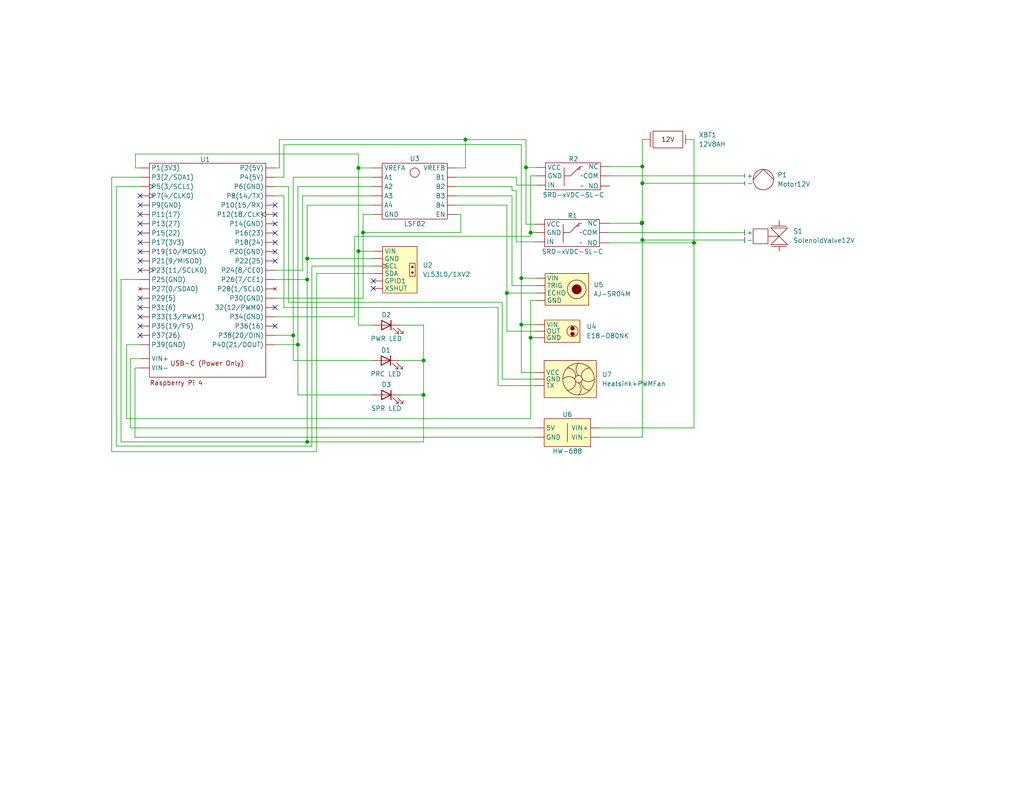
<source format=kicad_sch>
(kicad_sch (version 20211123) (generator eeschema)
  (paper "USLetter")
  (title_block (title "Map of Wirings") (date "2023-06-13") (rev "1.0") (company "There Goes Mangoes"))
  (lib_symbols
    (symbol "Battery Power and Management:12V8AH"
      (property "Reference" "XBT" (at 0 3.302 0))
      (property "Value" "12V8AH" (at 0 -3.556 0))
      (symbol "12V8AH_0_0"
        (polyline (pts (xy -4.826 2.032) (xy -4.826 -2.032)))
        (polyline (pts (xy 4.826 1.27) (xy 4.826 -1.27)))
        (text "12V" (at 0 0 0) (effects (font (size 1.27 1.27))))
      )
      (symbol "12V8AH_0_1"
        (rectangle (start -4.064 2.286) (end 4.064 -2.286))
      )
      (symbol "12V8AH_1_1"
        (pin power_out line (at 4.826 0 180) (length 0.635) hide (name "+") (number ""))
        (pin power_out line (at -4.826 0 0) (length 0.635) hide (name "-") (number ""))
      )
    )
    (symbol "Battery Power and Management:HW-688"
      (property "Reference" "U" (at 0 5.08 0))
      (property "Value" "HW-688" (at 0 -5.08 0))
      (symbol "HW-688_0_1"
        (rectangle (start -6.35 3.81) (end 6.35 -3.81) (fill (type background)))
        (polyline (pts (xy 0 2.54) (xy 0 -2.54)))
      )
      (symbol "HW-688_1_1"
        (pin power_out line (at 8.89 1.27 180) (length 2.54) (name "5V") (number ""))
        (pin power_out line (at 8.89 -1.27 180) (length 2.54) (name "GND") (number ""))
        (pin power_in line (at -8.89 1.27 0) (length 2.54) (name "VIN+") (number ""))
        (pin power_in line (at -8.89 -1.27 0) (length 2.54) (name "VIN-") (number ""))
      )
    )
    (symbol "Device:LED" (pin_numbers hide) (pin_names (offset 1.016) hide)
      (property "Reference" "D" (at 0 2.54 0))
      (property "Value" "LED" (at 0 -2.54 0))
      (symbol "LED_0_1"
        (polyline (pts (xy -1.27 -1.27) (xy -1.27 1.27)) (stroke (width 0.254)))
        (polyline (pts (xy -1.27 0) (xy 1.27 0)))
        (polyline (pts (xy 1.27 -1.27) (xy 1.27 1.27) (xy -1.27 0) (xy 1.27 -1.27)) (stroke (width 0.254)))
        (polyline (pts (xy -3.048 -0.762) (xy -4.572 -2.286) (xy -3.81 -2.286) (xy -4.572 -2.286) (xy -4.572 -1.524)))
        (polyline (pts (xy -1.778 -0.762) (xy -3.302 -2.286) (xy -2.54 -2.286) (xy -3.302 -2.286) (xy -3.302 -1.524)))
      )
      (symbol "LED_1_1"
        (pin passive line (at -3.81 0 0) (length 2.54) (name "K") (number "1"))
        (pin passive line (at 3.81 0 180) (length 2.54) (name "A") (number "2"))
      )
    )
    (symbol "Multilevel Voltage Converter:LSF02"
      (property "Reference" "U" (at 0 8.89 0))
      (property "Value" "LSF02" (at 0 0 90))
      (symbol "LSF02_0_1"
        (rectangle (start -8.89 7.62) (end 8.89 -7.62))
        (circle (center 0 5.08) (radius 1.27))
      )
      (symbol "LSF02_1_1"
        (pin bidirectional line (at -11.43 3.81 0) (length 2.54) (name "A1") (number ""))
        (pin bidirectional line (at -11.43 1.27 0) (length 2.54) (name "A2") (number ""))
        (pin bidirectional line (at -11.43 -1.27 0) (length 2.54) (name "A3") (number ""))
        (pin bidirectional line (at -11.43 -3.81 0) (length 2.54) (name "A4") (number ""))
        (pin bidirectional line (at 11.43 3.81 180) (length 2.54) (name "B1") (number ""))
        (pin bidirectional line (at 11.43 1.27 180) (length 2.54) (name "B2") (number ""))
        (pin bidirectional line (at 11.43 -1.27 180) (length 2.54) (name "B3") (number ""))
        (pin bidirectional line (at 11.43 -3.81 180) (length 2.54) (name "B4") (number ""))
        (pin power_in line (at 11.43 -6.35 180) (length 2.54) (name "EN") (number ""))
        (pin power_in line (at -11.43 -6.35 0) (length 2.54) (name "GND") (number ""))
        (pin power_in line (at -11.43 6.35 0) (length 2.54) (name "VREFA") (number ""))
        (pin power_in line (at 11.43 6.35 180) (length 2.54) (name "VREFB") (number ""))
      )
    )
    (symbol "Raspberry Pi 4:RPi4_Objective"
      (property "Reference" "U?" (at 0 26.416 0))
      (symbol "RPi4_Objective_0_0"
        (text "Raspberry Pi 4" (at -7.874 -34.544 0) (effects (font (size 1.27 1.27))))
        (text "USB-C (Power Only)" (at 0.508 -29.21 0) (effects (font (size 1.27 1.27))))
      )
      (symbol "RPi4_Objective_0_1"
        (rectangle (start -15.24 25.4) (end 16.51 -33.02))
      )
      (symbol "RPi4_Objective_1_1"
        (pin bidirectional line (at 19.05 -13.97 180) (length 2.54) (name "32(12/PWM0)") (number ""))
        (pin power_out line (at -17.78 24.13 0) (length 2.54) (name "P1(3V3)") (number ""))
        (pin bidirectional line (at 19.05 13.97 180) (length 2.54) (name "P10(15/RX)") (number ""))
        (pin bidirectional line (at -17.78 11.43 0) (length 2.54) (name "P11(17)") (number ""))
        (pin bidirectional clock (at 19.05 11.43 180) (length 2.54) (name "P12(18/CLK)") (number ""))
        (pin bidirectional line (at -17.78 8.89 0) (length 2.54) (name "P13(27)") (number ""))
        (pin power_out line (at 19.05 8.89 180) (length 2.54) (name "P14(GND)") (number ""))
        (pin bidirectional line (at -17.78 6.35 0) (length 2.54) (name "P15(22)") (number ""))
        (pin bidirectional line (at 19.05 6.35 180) (length 2.54) (name "P16(23)") (number ""))
        (pin power_out line (at -17.78 3.81 0) (length 2.54) (name "P17(3V3)") (number ""))
        (pin bidirectional line (at 19.05 3.81 180) (length 2.54) (name "P18(24)") (number ""))
        (pin bidirectional line (at -17.78 1.27 0) (length 2.54) (name "P19(10/MOSI0)") (number ""))
        (pin power_out line (at 19.05 24.13 180) (length 2.54) (name "P2(5V)") (number ""))
        (pin power_out line (at 19.05 1.27 180) (length 2.54) (name "P20(GND)") (number ""))
        (pin bidirectional line (at -17.78 -1.27 0) (length 2.54) (name "P21(9/MISO0)") (number ""))
        (pin bidirectional line (at 19.05 -1.27 180) (length 2.54) (name "P22(25)") (number ""))
        (pin bidirectional clock (at -17.78 -3.81 0) (length 2.54) (name "P23(11/SCLK0)") (number ""))
        (pin bidirectional line (at 19.05 -3.81 180) (length 2.54) (name "P24(8/CE0)") (number ""))
        (pin power_out line (at -17.78 -6.35 0) (length 2.54) (name "P25(GND)") (number ""))
        (pin bidirectional line (at 19.05 -6.35 180) (length 2.54) (name "P26(7/CE1)") (number ""))
        (pin no_connect line (at -17.78 -8.89 0) (length 2.54) (name "P27(0/SDA0)") (number ""))
        (pin no_connect line (at 19.05 -8.89 180) (length 2.54) (name "P28(1/SCL0)") (number ""))
        (pin bidirectional line (at -17.78 -11.43 0) (length 2.54) (name "P29(5)") (number ""))
        (pin bidirectional line (at -17.78 21.59 0) (length 2.54) (name "P3(2/SDA1)") (number ""))
        (pin power_out line (at 19.05 -11.43 180) (length 2.54) (name "P30(GND)") (number ""))
        (pin bidirectional line (at -17.78 -13.97 0) (length 2.54) (name "P31(6)") (number ""))
        (pin bidirectional line (at -17.78 -16.51 0) (length 2.54) (name "P33(13/PWM1)") (number ""))
        (pin power_out line (at 19.05 -16.51 180) (length 2.54) (name "P34(GND)") (number ""))
        (pin bidirectional line (at -17.78 -19.05 0) (length 2.54) (name "P35(19/FS)") (number ""))
        (pin bidirectional line (at 19.05 -19.05 180) (length 2.54) (name "P36(16)") (number ""))
        (pin bidirectional line (at -17.78 -21.59 0) (length 2.54) (name "P37(26)") (number ""))
        (pin bidirectional line (at 19.05 -21.59 180) (length 2.54) (name "P38(20/DIN)") (number ""))
        (pin power_out line (at -17.78 -24.13 0) (length 2.54) (name "P39(GND)") (number ""))
        (pin power_out line (at 19.05 21.59 180) (length 2.54) (name "P4(5V)") (number ""))
        (pin bidirectional line (at 19.05 -24.13 180) (length 2.54) (name "P40(21/DOUT)") (number ""))
        (pin bidirectional clock (at -17.78 19.05 0) (length 2.54) (name "P5(3/SCL1)") (number ""))
        (pin power_out line (at 19.05 19.05 180) (length 2.54) (name "P6(GND)") (number ""))
        (pin bidirectional clock (at -17.78 16.51 0) (length 2.54) (name "P7(4/CLK0)") (number ""))
        (pin bidirectional line (at 19.05 16.51 180) (length 2.54) (name "P8(14/TX)") (number ""))
        (pin power_out line (at -17.78 13.97 0) (length 2.54) (name "P9(GND)") (number ""))
        (pin power_in line (at -17.78 -27.94 0) (length 2.54) (name "VIN+") (number ""))
        (pin power_in line (at -17.78 -30.48 0) (length 2.54) (name "VIN-") (number ""))
      )
    )
    (symbol "Sensors and Others:AJ-SR04M"
      (property "Reference" "U" (at 0 5.334 0))
      (property "Value" "AJ-SR04M" (at 0.762 -5.588 0))
      (symbol "AJ-SR04M_0_1"
        (rectangle (start -5.588 4.318) (end 6.35 -4.318) (fill (type background)))
        (circle (center 3.048 0) (radius 1.27) (fill (type outline)))
        (circle (center 3.048 0) (radius 2.54))
      )
      (symbol "AJ-SR04M_1_1"
        (pin output line (at -8.128 -1.016 0) (length 2.54) (name "ECHO") (number ""))
        (pin power_in line (at -8.128 -3.048 0) (length 2.54) (name "GND") (number ""))
        (pin input line (at -8.128 1.016 0) (length 2.54) (name "TRIG") (number ""))
        (pin power_in line (at -8.128 3.048 0) (length 2.54) (name "VIN") (number ""))
      )
    )
    (symbol "Sensors and Others:E18-D80NK"
      (property "Reference" "U" (at 0 4.064 0))
      (property "Value" "E18-D80NK" (at 0 -4.572 0))
      (symbol "E18-D80NK_0_1"
        (rectangle (start -5.08 3.048) (end 4.572 -3.048) (fill (type background)))
        (circle (center 2.54 -0.762) (radius 0.508) (fill (type outline)))
        (circle (center 2.54 0) (radius 1.524))
        (circle (center 2.54 0.762) (radius 0.508) (fill (type outline)))
      )
      (symbol "E18-D80NK_1_1"
        (pin power_in line (at -7.62 -1.778 0) (length 2.54) (name "GND") (number ""))
        (pin output line (at -7.62 0 0) (length 2.54) (name "OUT") (number ""))
        (pin power_in line (at -7.62 1.778 0) (length 2.54) (name "VIN") (number ""))
      )
    )
    (symbol "Sensors and Others:Heatsink+PWMFan"
      (property "Reference" "U" (at 0 6.096 0))
      (property "Value" "Heatsink+PWMFan" (at -0.254 -6.35 0))
      (symbol "Heatsink+PWMFan_0_1"
        (rectangle (start -6.858 5.08) (end 7.366 -5.08) (fill (type background)))
        (arc (start -0.508 -3.048) (mid 1.1084 -2.3784) (end 1.778 -0.762))
        (arc (start 1.524 0) (mid -0.127 3.9859) (end -1.778 0))
        (arc (start 1.778 0.762) (mid 3.3944 4.6644) (end -0.508 3.048))
        (arc (start 2.54 -4.318) (mid 3.2233 -2.667) (end 2.54 -1.016))
        (circle (center 2.54 0) (radius 1.016))
        (circle (center 2.54 0) (radius 4.318))
        (arc (start 2.54 4.318) (mid 1.8567 2.667) (end 2.54 1.016))
        (arc (start 3.302 -0.762) (mid 1.6789 -4.6711) (end 5.588 -3.048))
        (arc (start 3.556 0) (mid 5.207 -3.9859) (end 6.858 0))
        (arc (start 5.588 3.048) (mid 3.9811 2.3689) (end 3.302 0.762))
      )
      (symbol "Heatsink+PWMFan_1_1"
        (pin power_in line (at -9.398 0 0) (length 2.54) (name "GND") (number ""))
        (pin input line (at -9.398 -1.778 0) (length 2.54) (name "TX") (number ""))
        (pin power_in line (at -9.398 1.778 0) (length 2.54) (name "VCC") (number ""))
      )
    )
    (symbol "Sensors and Others:Motor12V"
      (property "Reference" "P" (at 0 3.81 0))
      (property "Value" "Motor12V" (at 0 -4.064 0))
      (symbol "Motor12V_0_1"
        (polyline (pts (xy -5.08 -0.508) (xy -5.08 -1.524)))
        (polyline (pts (xy -5.08 1.524) (xy -5.08 0.508)))
        (polyline (pts (xy -2.794 0) (xy 0 2.794) (xy 2.794 0)))
        (circle (center 0 0) (radius 2.794))
      )
      (symbol "Motor12V_1_1"
        (pin power_in line (at -5.08 1.016 0) (length 0) (name "+") (number ""))
        (pin power_in line (at -5.08 -1.016 0) (length 0) (name "-") (number ""))
      )
    )
    (symbol "Sensors and Others:SRD-xVDC-SL-C"
      (property "Reference" "R" (at 0.508 4.572 0))
      (property "Value" "SRD-xVDC-SL-C" (at 0 -5.334 0))
      (symbol "SRD-xVDC-SL-C_0_1"
        (polyline (pts (xy -2.54 2.286) (xy -2.54 -2.794)))
        (polyline (pts (xy 2.032 -2.794) (xy 2.54 -2.794)))
        (polyline (pts (xy 2.032 0) (xy 2.54 0)))
        (polyline (pts (xy 2.032 2.54) (xy 2.54 2.54)))
        (polyline (pts (xy -2.54 0) (xy -0.762 0) (xy 1.778 2.54)))
        (polyline (pts (xy 1.778 2.54) (xy 1.778 1.778) (xy 1.016 1.778) (xy 1.27 1.778)))
        (rectangle (start 7.366 3.556) (end -7.62 -3.81))
      )
      (symbol "SRD-xVDC-SL-C_1_1"
        (pin input line (at 9.906 0 180) (length 2.54) (name "COM") (number ""))
        (pin power_in line (at -10.16 0 0) (length 2.54) (name "GND") (number ""))
        (pin input line (at -10.16 -2.54 0) (length 2.54) (name "IN") (number ""))
        (pin free line (at 9.906 2.54 180) (length 2.54) (name "NC") (number ""))
        (pin free line (at 9.906 -2.794 180) (length 2.54) (name "NO") (number ""))
        (pin power_in line (at -10.16 2.286 0) (length 2.54) (name "VCC") (number ""))
      )
    )
    (symbol "Sensors and Others:SolenoidValve12V"
      (property "Reference" "S" (at 0 2.54 0))
      (property "Value" "SolenoidValve12V" (at 0.254 -6.096 0))
      (symbol "SolenoidValve12V_0_1"
        (rectangle (start -2.032 4.572) (end 2.032 0.508))
        (polyline (pts (xy -2.794 -2.54) (xy -4.064 -2.54)))
        (polyline (pts (xy -2.794 -0.508) (xy -2.794 -4.572)))
        (polyline (pts (xy -1.778 6.858) (xy -0.254 6.858)))
        (polyline (pts (xy 0 0.508) (xy 0 -2.54)))
        (polyline (pts (xy 0.254 6.858) (xy 1.778 6.858)))
        (polyline (pts (xy 2.794 -2.54) (xy 4.318 -2.54)))
        (polyline (pts (xy 2.794 -0.508) (xy 2.794 -4.572)))
        (polyline (pts (xy -2.286 -0.254) (xy 0 -2.54) (xy 2.286 -0.254) (xy 2.286 -4.826) (xy 0 -2.54) (xy -2.286 -4.826) (xy -2.286 -0.254)))
      )
      (symbol "SolenoidValve12V_1_1"
        (pin power_in line (at 1.016 6.858 270) (length 0) (name "+") (number ""))
        (pin power_in line (at -1.016 6.858 270) (length 0) (name "-") (number ""))
      )
    )
    (symbol "Sensors and Others:VL53L0{slash}1XV2"
      (property "Reference" "U" (at 0 8.382 0))
      (property "Value" "VL53L0{slash}1XV2" (at 0 -8.89 0))
      (symbol "VL53L0{slash}1XV2_0_1"
        (rectangle (start -4.572 6.35) (end 4.826 -6.35) (fill (type background)))
        (rectangle (start 2.794 1.778) (end 4.318 -1.778))
        (circle (center 3.556 -0.762) (radius 0.254) (fill (type outline)))
        (circle (center 3.556 0.762) (radius 0.254) (fill (type outline)))
      )
      (symbol "VL53L0{slash}1XV2_1_1"
        (pin power_in line (at -7.112 3.048 0) (length 2.54) (name "GND") (number ""))
        (pin output line (at -7.112 -3.048 0) (length 2.54) (name "GPIO1") (number ""))
        (pin output clock (at -7.112 1.016 0) (length 2.54) (name "SCL") (number ""))
        (pin output line (at -7.112 -1.016 0) (length 2.54) (name "SDA") (number ""))
        (pin power_in line (at -7.112 5.08 0) (length 2.54) (name "VIN") (number ""))
        (pin input line (at -7.112 -5.08 0) (length 2.54) (name "XSHUT") (number ""))
      )
    )
  )
  (junction (at 175.26 45.466))
  (junction (at 189.357 66.294))
  (junction (at 144.78 92.202))
  (junction (at 175.26 60.833))
  (junction (at 99.06 63.5))
  (junction (at 83.82 120.65))
  (junction (at 144.78 63.5))
  (junction (at 143.51 45.72))
  (junction (at 81.28 94.107))
  (junction (at 175.133 60.96))
  (junction (at 175.26 50.038))
  (junction (at 97.79 45.847))
  (junction (at 115.57 107.823))
  (junction (at 115.57 98.425))
  (junction (at 83.82 76.327))
  (junction (at 175.133 60.833))
  (junction (at 142.24 88.646))
  (junction (at 97.79 68.58))
  (junction (at 127 38.1))
  (junction (at 175.26 65.532))
  (junction (at 138.303 80.01))
  (junction (at 83.82 70.612))
  (junction (at 142.24 75.946))
  (junction (at 80.01 91.567))
  (no_connect (at 75.057 66.167))
  (no_connect (at 38.227 73.787))
  (no_connect (at 101.854 78.74))
  (no_connect (at 75.057 71.247))
  (no_connect (at 38.227 56.007))
  (no_connect (at 38.227 89.027))
  (no_connect (at 38.227 63.627))
  (no_connect (at 38.227 68.707))
  (no_connect (at 101.854 76.708))
  (no_connect (at 38.227 66.167))
  (no_connect (at 38.227 53.467))
  (no_connect (at 75.057 68.707))
  (no_connect (at 75.057 83.947))
  (no_connect (at 38.227 86.487))
  (no_connect (at 38.227 58.547))
  (no_connect (at 75.057 63.627))
  (no_connect (at 75.057 56.007))
  (no_connect (at 75.057 58.547))
  (no_connect (at 38.227 81.407))
  (no_connect (at 38.227 71.247))
  (no_connect (at 38.227 91.567))
  (no_connect (at 75.057 89.027))
  (no_connect (at 75.057 61.087))
  (no_connect (at 38.227 61.087))
  (no_connect (at 38.227 83.947))
  (wire (pts (xy 83.82 56.007) (xy 83.82 70.612)))
  (wire (pts (xy 146.304 48.006) (xy 144.78 48.006)))
  (wire (pts (xy 175.26 38.1) (xy 175.26 45.466)))
  (wire (pts (xy 203.2 50.038) (xy 175.26 50.038)))
  (wire (pts (xy 139.7 52.07) (xy 140.843 52.07)))
  (wire (pts (xy 30.48 48.387) (xy 30.48 123.317)))
  (wire (pts (xy 146.05 90.424) (xy 138.303 90.424)))
  (wire (pts (xy 146.05 61.214) (xy 143.51 61.214)))
  (wire (pts (xy 76.2 38.1) (xy 127 38.1)))
  (wire (pts (xy 101.727 48.387) (xy 80.01 48.387)))
  (wire (pts (xy 175.26 45.466) (xy 175.26 50.038)))
  (wire (pts (xy 125.73 63.5) (xy 99.06 63.5)))
  (wire (pts (xy 86.36 123.317) (xy 86.36 74.676)))
  (wire (pts (xy 140.97 50.546) (xy 146.304 50.546)))
  (wire (pts (xy 33.02 120.65) (xy 33.02 76.327)))
  (wire (pts (xy 144.78 114.3) (xy 144.78 92.202)))
  (wire (pts (xy 36.83 119.38) (xy 145.923 119.38)))
  (wire (pts (xy 140.97 48.387) (xy 140.97 50.546)))
  (wire (pts (xy 175.133 60.833) (xy 175.26 60.833)))
  (wire (pts (xy 80.01 48.387) (xy 80.01 91.567)))
  (wire (pts (xy 75.057 81.407) (xy 99.06 81.407)))
  (wire (pts (xy 77.47 83.947) (xy 77.47 53.467)))
  (wire (pts (xy 135.89 105.283) (xy 135.89 83.947)))
  (wire (pts (xy 142.24 75.946) (xy 146.177 75.946)))
  (wire (pts (xy 138.303 80.01) (xy 146.177 80.01)))
  (wire (pts (xy 97.79 42.037) (xy 97.79 45.847)))
  (wire (pts (xy 137.033 82.55) (xy 137.033 103.505)))
  (wire (pts (xy 166.116 60.96) (xy 175.133 60.96)))
  (wire (pts (xy 30.48 123.317) (xy 86.36 123.317)))
  (wire (pts (xy 163.703 119.38) (xy 175.26 119.38)))
  (wire (pts (xy 175.26 60.833) (xy 175.26 65.532)))
  (wire (pts (xy 83.82 120.65) (xy 115.57 120.65)))
  (wire (pts (xy 177.419 38.1) (xy 175.26 38.1)))
  (wire (pts (xy 189.357 66.294) (xy 189.357 38.1)))
  (wire (pts (xy 127 45.847) (xy 127 38.1)))
  (wire (pts (xy 35.56 97.917) (xy 38.227 97.917)))
  (wire (pts (xy 124.587 45.847) (xy 127 45.847)))
  (wire (pts (xy 96.774 64.516) (xy 144.78 64.516)))
  (wire (pts (xy 137.033 103.505) (xy 145.923 103.505)))
  (wire (pts (xy 109.22 88.773) (xy 115.57 88.773)))
  (wire (pts (xy 124.587 56.007) (xy 138.303 56.007)))
  (wire (pts (xy 145.923 105.283) (xy 135.89 105.283)))
  (wire (pts (xy 96.774 86.487) (xy 96.774 64.516)))
  (wire (pts (xy 143.51 38.1) (xy 143.51 45.72)))
  (wire (pts (xy 175.133 60.96) (xy 175.133 60.833)))
  (wire (pts (xy 142.24 88.646) (xy 142.24 101.727)))
  (wire (pts (xy 101.473 98.425) (xy 80.01 98.425)))
  (wire (pts (xy 75.057 86.487) (xy 96.774 86.487)))
  (wire (pts (xy 85.09 121.793) (xy 31.75 121.793)))
  (wire (pts (xy 138.303 90.424) (xy 138.303 80.01)))
  (wire (pts (xy 36.957 42.037) (xy 97.79 42.037)))
  (wire (pts (xy 175.26 119.38) (xy 175.26 65.532)))
  (wire (pts (xy 38.227 94.107) (xy 34.544 94.107)))
  (wire (pts (xy 82.55 53.467) (xy 101.727 53.467)))
  (wire (pts (xy 144.78 64.516) (xy 144.78 63.5)))
  (wire (pts (xy 80.01 91.567) (xy 80.01 98.425)))
  (wire (pts (xy 124.587 58.547) (xy 125.73 58.547)))
  (wire (pts (xy 34.544 114.3) (xy 144.78 114.3)))
  (wire (pts (xy 189.357 38.1) (xy 187.071 38.1)))
  (wire (pts (xy 78.74 82.55) (xy 137.033 82.55)))
  (wire (pts (xy 77.47 53.467) (xy 75.057 53.467)))
  (wire (pts (xy 81.28 50.927) (xy 81.28 94.107)))
  (wire (pts (xy 127 38.1) (xy 143.51 38.1)))
  (wire (pts (xy 75.057 48.387) (xy 77.47 48.387)))
  (wire (pts (xy 97.79 68.58) (xy 101.854 68.58)))
  (wire (pts (xy 143.51 45.72) (xy 146.304 45.72)))
  (wire (pts (xy 146.05 88.646) (xy 142.24 88.646)))
  (wire (pts (xy 163.703 116.84) (xy 189.357 116.84)))
  (wire (pts (xy 143.51 61.214) (xy 143.51 45.72)))
  (wire (pts (xy 124.587 48.387) (xy 140.97 48.387)))
  (wire (pts (xy 77.47 48.387) (xy 77.47 39.497)))
  (wire (pts (xy 175.26 50.038) (xy 175.26 60.833)))
  (wire (pts (xy 38.227 45.847) (xy 36.957 45.847)))
  (wire (pts (xy 203.2 65.532) (xy 175.26 65.532)))
  (wire (pts (xy 35.56 116.84) (xy 35.56 97.917)))
  (wire (pts (xy 82.55 73.787) (xy 82.55 53.467)))
  (wire (pts (xy 144.78 48.006) (xy 144.78 63.5)))
  (wire (pts (xy 166.37 48.006) (xy 203.2 48.006)))
  (wire (pts (xy 109.22 107.823) (xy 115.57 107.823)))
  (wire (pts (xy 78.74 50.927) (xy 78.74 82.55)))
  (wire (pts (xy 83.82 76.327) (xy 75.057 76.327)))
  (wire (pts (xy 124.587 50.927) (xy 139.7 50.927)))
  (wire (pts (xy 146.177 82.042) (xy 144.78 82.042)))
  (wire (pts (xy 75.057 50.927) (xy 78.74 50.927)))
  (wire (pts (xy 140.843 66.04) (xy 146.05 66.04)))
  (wire (pts (xy 144.78 63.5) (xy 146.05 63.5)))
  (wire (pts (xy 76.2 45.847) (xy 76.2 38.1)))
  (wire (pts (xy 36.83 100.457) (xy 36.83 119.38)))
  (wire (pts (xy 135.89 83.947) (xy 77.47 83.947)))
  (wire (pts (xy 144.78 92.202) (xy 146.05 92.202)))
  (wire (pts (xy 166.37 45.466) (xy 175.26 45.466)))
  (wire (pts (xy 125.73 58.547) (xy 125.73 63.5)))
  (wire (pts (xy 77.47 39.497) (xy 142.24 39.497)))
  (wire (pts (xy 101.727 45.847) (xy 97.79 45.847)))
  (wire (pts (xy 138.303 56.007) (xy 138.303 80.01)))
  (wire (pts (xy 97.79 45.847) (xy 97.79 68.58)))
  (wire (pts (xy 97.79 88.773) (xy 97.79 68.58)))
  (wire (pts (xy 145.923 101.727) (xy 142.24 101.727)))
  (wire (pts (xy 101.854 72.644) (xy 85.09 72.644)))
  (wire (pts (xy 75.057 91.567) (xy 80.01 91.567)))
  (wire (pts (xy 101.854 70.612) (xy 83.82 70.612)))
  (wire (pts (xy 83.82 70.612) (xy 83.82 76.327)))
  (wire (pts (xy 115.57 107.823) (xy 115.57 120.65)))
  (wire (pts (xy 101.727 56.007) (xy 83.82 56.007)))
  (wire (pts (xy 101.6 107.823) (xy 81.28 107.823)))
  (wire (pts (xy 101.6 88.773) (xy 97.79 88.773)))
  (wire (pts (xy 145.923 116.84) (xy 35.56 116.84)))
  (wire (pts (xy 75.057 73.787) (xy 82.55 73.787)))
  (wire (pts (xy 109.093 98.425) (xy 115.57 98.425)))
  (wire (pts (xy 139.7 50.927) (xy 139.7 52.07)))
  (wire (pts (xy 81.28 94.107) (xy 81.28 107.823)))
  (wire (pts (xy 115.57 98.425) (xy 115.57 107.823)))
  (wire (pts (xy 38.227 48.387) (xy 30.48 48.387)))
  (wire (pts (xy 139.7 53.467) (xy 124.587 53.467)))
  (wire (pts (xy 144.78 82.042) (xy 144.78 92.202)))
  (wire (pts (xy 85.09 72.644) (xy 85.09 121.793)))
  (wire (pts (xy 99.06 63.5) (xy 99.06 81.407)))
  (wire (pts (xy 99.06 58.547) (xy 99.06 63.5)))
  (wire (pts (xy 31.75 50.927) (xy 38.227 50.927)))
  (wire (pts (xy 99.06 58.547) (xy 101.727 58.547)))
  (wire (pts (xy 75.057 45.847) (xy 76.2 45.847)))
  (wire (pts (xy 189.357 116.84) (xy 189.357 66.294)))
  (wire (pts (xy 142.24 75.946) (xy 142.24 88.646)))
  (wire (pts (xy 81.28 94.107) (xy 75.057 94.107)))
  (wire (pts (xy 101.727 50.927) (xy 81.28 50.927)))
  (wire (pts (xy 31.75 121.793) (xy 31.75 50.927)))
  (wire (pts (xy 83.82 76.327) (xy 83.82 120.65)))
  (wire (pts (xy 115.57 88.773) (xy 115.57 98.425)))
  (wire (pts (xy 146.177 77.978) (xy 139.7 77.978)))
  (wire (pts (xy 86.36 74.676) (xy 101.854 74.676)))
  (wire (pts (xy 36.957 45.847) (xy 36.957 42.037)))
  (wire (pts (xy 139.7 77.978) (xy 139.7 53.467)))
  (wire (pts (xy 166.116 66.294) (xy 189.357 66.294)))
  (wire (pts (xy 142.24 39.497) (xy 142.24 75.946)))
  (wire (pts (xy 140.843 52.07) (xy 140.843 66.04)))
  (wire (pts (xy 38.227 100.457) (xy 36.83 100.457)))
  (wire (pts (xy 34.544 94.107) (xy 34.544 114.3)))
  (wire (pts (xy 166.116 63.5) (xy 203.2 63.5)))
  (wire (pts (xy 83.82 120.65) (xy 33.02 120.65)))
  (wire (pts (xy 33.02 76.327) (xy 38.227 76.327)))
  (symbol (lib_id "Sensors and Others:Motor12V") (at 208.28 49.022 0) (unit 1)
    (property "Reference" "P1" (at 212.09 47.7519 0) (effects (justify left)))
    (property "Value" "Motor12V" (at 212.09 50.2919 0) (effects (justify left)))
  )
  (symbol (lib_id "Multilevel Voltage Converter:LSF02") (at 113.157 52.197 0) (unit 1)
    (property "Reference" "U3" (at 113.157 43.307 0))
    (property "Value" "LSF02" (at 113.157 61.087 0))
  )
  (symbol (lib_id "Device:LED") (at 105.41 88.773 0) (mirror y) (unit 1)
    (property "Reference" "D2" (at 105.41 85.979 0))
    (property "Value" "PWR LED" (at 105.41 92.456 0))
  )
  (symbol (lib_id "Sensors and Others:SRD-xVDC-SL-C") (at 156.464 48.006 0) (unit 1)
    (property "Reference" "R2" (at 156.464 43.434 0))
    (property "Value" "SRD-xVDC-SL-C" (at 156.464 53.213 0))
  )
  (symbol (lib_id "Device:LED") (at 105.41 107.823 0) (mirror y) (unit 1)
    (property "Reference" "D3" (at 105.41 105.029 0))
    (property "Value" "SPR LED" (at 105.41 111.506 0))
  )
  (symbol (lib_id "Battery Power and Management:12V8AH") (at 182.245 38.1 0) (unit 1)
    (property "Reference" "XBT1" (at 190.627 36.83 0) (effects (justify left)))
    (property "Value" "12V8AH" (at 190.627 39.37 0) (effects (justify left)))
  )
  (symbol (lib_id "Sensors and Others:AJ-SR04M") (at 154.305 78.994 0) (unit 1)
    (property "Reference" "U5" (at 161.925 77.7239 0) (effects (justify left)))
    (property "Value" "AJ-SR04M" (at 161.925 80.2639 0) (effects (justify left)))
  )
  (symbol (lib_id "Device:LED") (at 105.283 98.425 0) (mirror y) (unit 1)
    (property "Reference" "D1" (at 105.283 95.631 0))
    (property "Value" "PRC LED" (at 105.283 102.108 0))
  )
  (symbol (lib_id "Sensors and Others:SRD-xVDC-SL-C") (at 156.21 63.5 0) (unit 1)
    (property "Reference" "R1" (at 156.21 58.928 0))
    (property "Value" "SRD-xVDC-SL-C" (at 156.21 68.707 0))
  )
  (symbol (lib_id "Raspberry Pi 4:RPi4_Objective") (at 56.007 69.977 0) (unit 1)
    (property "Reference" "U1" (at 56.007 43.561 0))
    (property "Value" "RPi4_Objective" (effects hide))
  )
  (symbol (lib_id "Sensors and Others:SolenoidValve12V") (at 210.058 64.516 90) (unit 1)
    (property "Reference" "S1" (at 216.408 63.1189 90) (effects (justify right)))
    (property "Value" "SolenoidValve12V" (at 216.408 65.6589 90) (effects (justify right)))
  )
  (symbol (lib_id "Sensors and Others:VL53L0{slash}1XV2") (at 108.966 73.66 0) (unit 1)
    (property "Reference" "U2" (at 115.316 72.3899 0) (effects (justify left)))
    (property "Value" "VL53L0/1XV2" (at 115.316 74.9299 0) (effects (justify left)))
  )
  (symbol (lib_id "Sensors and Others:Heatsink+PWMFan") (at 155.321 103.505 0) (unit 1)
    (property "Reference" "U7" (at 164.211 102.2349 0) (effects (justify left)))
    (property "Value" "Heatsink+PWMFan" (at 164.211 104.7749 0) (effects (justify left)))
  )
  (symbol (lib_id "Sensors and Others:E18-D80NK") (at 153.67 90.424 0) (unit 1)
    (property "Reference" "U4" (at 160.02 89.1539 0) (effects (justify left)))
    (property "Value" "E18-D80NK" (at 160.02 91.6939 0) (effects (justify left)))
  )
  (symbol (lib_id "Battery Power and Management:HW-688") (at 154.813 118.11 0) (mirror y) (unit 1)
    (property "Reference" "U6" (at 154.813 113.157 0))
    (property "Value" "HW-688" (at 154.813 123.19 0))
  )
)
</source>
